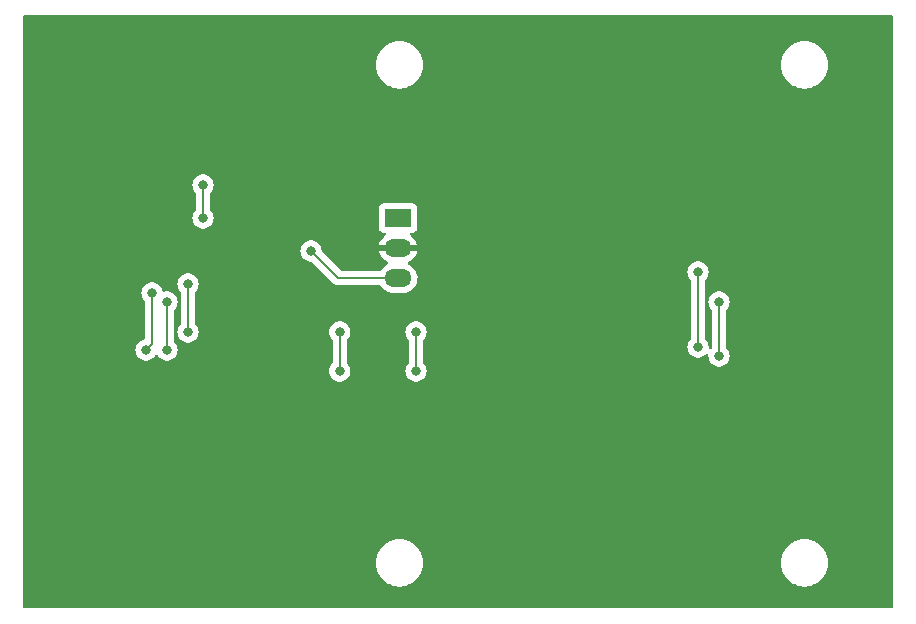
<source format=gbr>
%TF.GenerationSoftware,KiCad,Pcbnew,7.0.1-0*%
%TF.CreationDate,2023-04-18T17:15:31-07:00*%
%TF.ProjectId,rv,72762e6b-6963-4616-945f-706362585858,rev?*%
%TF.SameCoordinates,Original*%
%TF.FileFunction,Copper,L2,Bot*%
%TF.FilePolarity,Positive*%
%FSLAX46Y46*%
G04 Gerber Fmt 4.6, Leading zero omitted, Abs format (unit mm)*
G04 Created by KiCad (PCBNEW 7.0.1-0) date 2023-04-18 17:15:31*
%MOMM*%
%LPD*%
G01*
G04 APERTURE LIST*
%TA.AperFunction,ComponentPad*%
%ADD10R,2.300000X1.500000*%
%TD*%
%TA.AperFunction,ComponentPad*%
%ADD11O,2.300000X1.500000*%
%TD*%
%TA.AperFunction,ViaPad*%
%ADD12C,0.800000*%
%TD*%
%TA.AperFunction,Conductor*%
%ADD13C,0.200000*%
%TD*%
G04 APERTURE END LIST*
D10*
%TO.P,U5,1,IN*%
%TO.N,+12V*%
X182880000Y-49530000D03*
D11*
%TO.P,U5,2,GND*%
%TO.N,GND*%
X182880000Y-52070000D03*
%TO.P,U5,3,OUT*%
%TO.N,+5V*%
X182880000Y-54610000D03*
%TD*%
D12*
%TO.N,+3.3V*%
X184404000Y-62484000D03*
X184404000Y-59182000D03*
X165100000Y-55118000D03*
X165100000Y-59182000D03*
%TO.N,D8*%
X208280000Y-54102000D03*
X208280000Y-60452000D03*
%TO.N,D7*%
X210058000Y-56642000D03*
X210058000Y-61214000D03*
%TO.N,GND*%
X212344000Y-46482000D03*
X212090000Y-67056000D03*
X179120800Y-62992000D03*
%TO.N,+3.3V*%
X177952400Y-62484000D03*
X177952400Y-59182000D03*
%TO.N,CAN-TX*%
X163322000Y-60706000D03*
X163322000Y-56642000D03*
%TO.N,CAN-RX*%
X161544000Y-60706000D03*
X162052000Y-55880000D03*
%TO.N,GND*%
X156718000Y-61722000D03*
%TO.N,+5V*%
X175514000Y-52324000D03*
%TO.N,+3.3V*%
X166370000Y-46736000D03*
X166370000Y-49530000D03*
%TO.N,GND*%
X182626000Y-65532000D03*
X171196000Y-52070000D03*
X159385000Y-48895000D03*
X162560000Y-53340000D03*
X154940000Y-36195000D03*
%TD*%
D13*
%TO.N,+3.3V*%
X177952400Y-62484000D02*
X177952400Y-59182000D01*
X184404000Y-62484000D02*
X184404000Y-59182000D01*
X165100000Y-59182000D02*
X165100000Y-55118000D01*
%TO.N,D8*%
X208280000Y-60452000D02*
X208280000Y-54102000D01*
%TO.N,D7*%
X210058000Y-61214000D02*
X210058000Y-56642000D01*
%TO.N,CAN-TX*%
X163322000Y-56642000D02*
X163322000Y-60706000D01*
%TO.N,CAN-RX*%
X162052000Y-60198000D02*
X161544000Y-60706000D01*
X162052000Y-55880000D02*
X162052000Y-60198000D01*
%TO.N,+5V*%
X177800000Y-54610000D02*
X182880000Y-54610000D01*
X175514000Y-52324000D02*
X177800000Y-54610000D01*
%TO.N,+3.3V*%
X166370000Y-49530000D02*
X166370000Y-46736000D01*
%TD*%
%TA.AperFunction,Conductor*%
%TO.N,GND*%
G36*
X224728000Y-32401613D02*
G01*
X224773387Y-32447000D01*
X224790000Y-32509000D01*
X224790000Y-82426000D01*
X224773387Y-82488000D01*
X224728000Y-82533387D01*
X224666000Y-82550000D01*
X151254000Y-82550000D01*
X151192000Y-82533387D01*
X151146613Y-82488000D01*
X151130000Y-82426000D01*
X151130000Y-78740000D01*
X181001389Y-78740000D01*
X181021804Y-79025429D01*
X181082629Y-79305041D01*
X181182634Y-79573163D01*
X181319772Y-79824313D01*
X181405517Y-79938854D01*
X181491261Y-80053395D01*
X181693605Y-80255739D01*
X181865414Y-80384354D01*
X181922686Y-80427227D01*
X182062435Y-80503535D01*
X182173839Y-80564367D01*
X182441954Y-80664369D01*
X182441957Y-80664369D01*
X182441958Y-80664370D01*
X182494217Y-80675738D01*
X182721572Y-80725196D01*
X182919068Y-80739321D01*
X182935551Y-80740500D01*
X182935552Y-80740500D01*
X183078448Y-80740500D01*
X183078449Y-80740500D01*
X183093752Y-80739405D01*
X183292428Y-80725196D01*
X183572046Y-80664369D01*
X183840161Y-80564367D01*
X184091315Y-80427226D01*
X184320395Y-80255739D01*
X184522739Y-80053395D01*
X184694226Y-79824315D01*
X184831367Y-79573161D01*
X184931369Y-79305046D01*
X184992196Y-79025428D01*
X185012610Y-78740000D01*
X215291389Y-78740000D01*
X215311804Y-79025429D01*
X215372629Y-79305041D01*
X215472634Y-79573163D01*
X215609772Y-79824313D01*
X215695517Y-79938854D01*
X215781261Y-80053395D01*
X215983605Y-80255739D01*
X216155414Y-80384354D01*
X216212686Y-80427227D01*
X216352435Y-80503535D01*
X216463839Y-80564367D01*
X216731954Y-80664369D01*
X216731957Y-80664369D01*
X216731958Y-80664370D01*
X216784217Y-80675738D01*
X217011572Y-80725196D01*
X217209068Y-80739321D01*
X217225551Y-80740500D01*
X217225552Y-80740500D01*
X217368448Y-80740500D01*
X217368449Y-80740500D01*
X217383752Y-80739405D01*
X217582428Y-80725196D01*
X217862046Y-80664369D01*
X218130161Y-80564367D01*
X218381315Y-80427226D01*
X218610395Y-80255739D01*
X218812739Y-80053395D01*
X218984226Y-79824315D01*
X219121367Y-79573161D01*
X219221369Y-79305046D01*
X219282196Y-79025428D01*
X219302610Y-78740000D01*
X219282196Y-78454572D01*
X219221369Y-78174954D01*
X219121367Y-77906839D01*
X218984226Y-77655685D01*
X218812739Y-77426605D01*
X218610395Y-77224261D01*
X218495854Y-77138517D01*
X218381313Y-77052772D01*
X218130163Y-76915634D01*
X218130162Y-76915633D01*
X218130161Y-76915633D01*
X217862046Y-76815631D01*
X217862041Y-76815629D01*
X217582429Y-76754804D01*
X217368449Y-76739500D01*
X217368448Y-76739500D01*
X217225552Y-76739500D01*
X217225551Y-76739500D01*
X217011570Y-76754804D01*
X216731958Y-76815629D01*
X216463836Y-76915634D01*
X216212686Y-77052772D01*
X215983602Y-77224263D01*
X215781263Y-77426602D01*
X215609772Y-77655686D01*
X215472634Y-77906836D01*
X215372629Y-78174958D01*
X215311804Y-78454570D01*
X215291389Y-78740000D01*
X185012610Y-78740000D01*
X184992196Y-78454572D01*
X184931369Y-78174954D01*
X184831367Y-77906839D01*
X184694226Y-77655685D01*
X184522739Y-77426605D01*
X184320395Y-77224261D01*
X184205854Y-77138517D01*
X184091313Y-77052772D01*
X183840163Y-76915634D01*
X183840162Y-76915633D01*
X183840161Y-76915633D01*
X183572046Y-76815631D01*
X183572041Y-76815629D01*
X183292429Y-76754804D01*
X183078449Y-76739500D01*
X183078448Y-76739500D01*
X182935552Y-76739500D01*
X182935551Y-76739500D01*
X182721570Y-76754804D01*
X182441958Y-76815629D01*
X182173836Y-76915634D01*
X181922686Y-77052772D01*
X181693602Y-77224263D01*
X181491263Y-77426602D01*
X181319772Y-77655686D01*
X181182634Y-77906836D01*
X181082629Y-78174958D01*
X181021804Y-78454570D01*
X181001389Y-78740000D01*
X151130000Y-78740000D01*
X151130000Y-62483999D01*
X177046940Y-62483999D01*
X177066726Y-62672257D01*
X177125220Y-62852284D01*
X177219866Y-63016216D01*
X177346529Y-63156889D01*
X177499669Y-63268151D01*
X177672597Y-63345144D01*
X177857752Y-63384500D01*
X177857754Y-63384500D01*
X178047046Y-63384500D01*
X178047048Y-63384500D01*
X178170483Y-63358262D01*
X178232203Y-63345144D01*
X178405130Y-63268151D01*
X178558271Y-63156888D01*
X178684933Y-63016216D01*
X178779579Y-62852284D01*
X178838074Y-62672256D01*
X178857860Y-62484000D01*
X178857860Y-62483999D01*
X183498540Y-62483999D01*
X183518326Y-62672257D01*
X183576820Y-62852284D01*
X183671466Y-63016216D01*
X183798129Y-63156889D01*
X183951269Y-63268151D01*
X184124197Y-63345144D01*
X184309352Y-63384500D01*
X184309354Y-63384500D01*
X184498646Y-63384500D01*
X184498648Y-63384500D01*
X184622083Y-63358262D01*
X184683803Y-63345144D01*
X184856730Y-63268151D01*
X185009871Y-63156888D01*
X185136533Y-63016216D01*
X185231179Y-62852284D01*
X185289674Y-62672256D01*
X185309460Y-62484000D01*
X185289674Y-62295744D01*
X185231179Y-62115716D01*
X185231179Y-62115715D01*
X185136533Y-61951783D01*
X185036350Y-61840519D01*
X185012736Y-61801985D01*
X185004500Y-61757547D01*
X185004500Y-60452000D01*
X207374540Y-60452000D01*
X207394326Y-60640257D01*
X207452820Y-60820284D01*
X207547466Y-60984216D01*
X207674129Y-61124889D01*
X207827269Y-61236151D01*
X208000197Y-61313144D01*
X208185352Y-61352500D01*
X208185354Y-61352500D01*
X208374646Y-61352500D01*
X208374648Y-61352500D01*
X208498084Y-61326262D01*
X208559803Y-61313144D01*
X208732730Y-61236151D01*
X208885871Y-61124888D01*
X208943024Y-61061413D01*
X208994393Y-61027284D01*
X209055852Y-61022122D01*
X209112195Y-61047207D01*
X209149484Y-61096333D01*
X209158494Y-61157346D01*
X209152540Y-61213998D01*
X209172326Y-61402257D01*
X209230820Y-61582284D01*
X209325466Y-61746216D01*
X209452129Y-61886889D01*
X209605269Y-61998151D01*
X209778197Y-62075144D01*
X209963352Y-62114500D01*
X209963354Y-62114500D01*
X210152646Y-62114500D01*
X210152648Y-62114500D01*
X210276083Y-62088262D01*
X210337803Y-62075144D01*
X210510730Y-61998151D01*
X210663871Y-61886888D01*
X210790533Y-61746216D01*
X210885179Y-61582284D01*
X210943674Y-61402256D01*
X210963460Y-61214000D01*
X210943674Y-61025744D01*
X210885179Y-60845716D01*
X210885179Y-60845715D01*
X210790533Y-60681783D01*
X210690350Y-60570519D01*
X210666736Y-60531985D01*
X210658500Y-60487547D01*
X210658500Y-57368453D01*
X210666736Y-57324015D01*
X210690350Y-57285481D01*
X210790533Y-57174216D01*
X210885179Y-57010284D01*
X210885179Y-57010283D01*
X210943674Y-56830256D01*
X210963460Y-56642000D01*
X210943674Y-56453744D01*
X210885179Y-56273716D01*
X210885179Y-56273715D01*
X210790533Y-56109783D01*
X210663870Y-55969110D01*
X210510730Y-55857848D01*
X210337802Y-55780855D01*
X210152648Y-55741500D01*
X210152646Y-55741500D01*
X209963354Y-55741500D01*
X209963352Y-55741500D01*
X209778197Y-55780855D01*
X209605269Y-55857848D01*
X209452129Y-55969110D01*
X209325466Y-56109783D01*
X209230820Y-56273715D01*
X209172326Y-56453742D01*
X209152540Y-56642000D01*
X209172326Y-56830257D01*
X209230820Y-57010284D01*
X209325466Y-57174216D01*
X209425650Y-57285481D01*
X209449264Y-57324015D01*
X209457500Y-57368453D01*
X209457500Y-60487547D01*
X209449264Y-60531985D01*
X209425649Y-60570520D01*
X209394975Y-60604586D01*
X209343604Y-60638716D01*
X209282145Y-60643876D01*
X209225803Y-60618790D01*
X209188515Y-60569664D01*
X209179505Y-60508654D01*
X209185460Y-60452000D01*
X209165674Y-60263744D01*
X209107179Y-60083716D01*
X209107179Y-60083715D01*
X209012533Y-59919783D01*
X208912350Y-59808519D01*
X208888736Y-59769985D01*
X208880500Y-59725547D01*
X208880500Y-54828453D01*
X208888736Y-54784015D01*
X208912350Y-54745481D01*
X209012533Y-54634216D01*
X209107179Y-54470284D01*
X209115358Y-54445112D01*
X209165674Y-54290256D01*
X209185460Y-54102000D01*
X209165674Y-53913744D01*
X209135332Y-53820363D01*
X209107179Y-53733715D01*
X209012533Y-53569783D01*
X208885870Y-53429110D01*
X208732730Y-53317848D01*
X208559802Y-53240855D01*
X208374648Y-53201500D01*
X208374646Y-53201500D01*
X208185354Y-53201500D01*
X208185352Y-53201500D01*
X208000197Y-53240855D01*
X207827269Y-53317848D01*
X207674129Y-53429110D01*
X207547466Y-53569783D01*
X207452820Y-53733715D01*
X207394326Y-53913742D01*
X207374540Y-54101999D01*
X207394326Y-54290257D01*
X207452820Y-54470284D01*
X207547466Y-54634216D01*
X207647650Y-54745481D01*
X207671264Y-54784015D01*
X207679500Y-54828453D01*
X207679500Y-59725547D01*
X207671264Y-59769985D01*
X207647650Y-59808519D01*
X207547466Y-59919783D01*
X207452820Y-60083715D01*
X207394326Y-60263742D01*
X207374540Y-60452000D01*
X185004500Y-60452000D01*
X185004500Y-59908453D01*
X185012736Y-59864015D01*
X185036350Y-59825481D01*
X185136533Y-59714216D01*
X185231179Y-59550284D01*
X185231179Y-59550283D01*
X185289674Y-59370256D01*
X185309460Y-59182000D01*
X185289674Y-58993744D01*
X185231179Y-58813716D01*
X185231179Y-58813715D01*
X185136533Y-58649783D01*
X185009870Y-58509110D01*
X184856730Y-58397848D01*
X184683802Y-58320855D01*
X184498648Y-58281500D01*
X184498646Y-58281500D01*
X184309354Y-58281500D01*
X184309352Y-58281500D01*
X184124197Y-58320855D01*
X183951269Y-58397848D01*
X183798129Y-58509110D01*
X183671466Y-58649783D01*
X183576820Y-58813715D01*
X183518326Y-58993742D01*
X183498540Y-59181999D01*
X183518326Y-59370257D01*
X183576820Y-59550284D01*
X183671466Y-59714216D01*
X183771650Y-59825481D01*
X183795264Y-59864015D01*
X183803500Y-59908453D01*
X183803500Y-61757547D01*
X183795264Y-61801985D01*
X183771650Y-61840519D01*
X183671466Y-61951783D01*
X183576820Y-62115715D01*
X183518326Y-62295742D01*
X183498540Y-62483999D01*
X178857860Y-62483999D01*
X178838074Y-62295744D01*
X178779579Y-62115716D01*
X178779579Y-62115715D01*
X178684933Y-61951783D01*
X178584750Y-61840519D01*
X178561136Y-61801985D01*
X178552900Y-61757547D01*
X178552900Y-59908453D01*
X178561136Y-59864015D01*
X178584750Y-59825481D01*
X178684933Y-59714216D01*
X178779579Y-59550284D01*
X178779579Y-59550283D01*
X178838074Y-59370256D01*
X178857860Y-59182000D01*
X178838074Y-58993744D01*
X178779579Y-58813716D01*
X178779579Y-58813715D01*
X178684933Y-58649783D01*
X178558270Y-58509110D01*
X178405130Y-58397848D01*
X178232202Y-58320855D01*
X178047048Y-58281500D01*
X178047046Y-58281500D01*
X177857754Y-58281500D01*
X177857752Y-58281500D01*
X177672597Y-58320855D01*
X177499669Y-58397848D01*
X177346529Y-58509110D01*
X177219866Y-58649783D01*
X177125220Y-58813715D01*
X177066726Y-58993742D01*
X177046940Y-59181999D01*
X177066726Y-59370257D01*
X177125220Y-59550284D01*
X177219866Y-59714216D01*
X177320050Y-59825481D01*
X177343664Y-59864015D01*
X177351900Y-59908453D01*
X177351900Y-61757547D01*
X177343664Y-61801985D01*
X177320050Y-61840519D01*
X177219866Y-61951783D01*
X177125220Y-62115715D01*
X177066726Y-62295742D01*
X177046940Y-62483999D01*
X151130000Y-62483999D01*
X151130000Y-60706000D01*
X160638540Y-60706000D01*
X160658326Y-60894257D01*
X160716820Y-61074284D01*
X160811466Y-61238216D01*
X160938129Y-61378889D01*
X161091269Y-61490151D01*
X161264197Y-61567144D01*
X161449352Y-61606500D01*
X161449354Y-61606500D01*
X161638646Y-61606500D01*
X161638648Y-61606500D01*
X161762083Y-61580262D01*
X161823803Y-61567144D01*
X161996730Y-61490151D01*
X162149871Y-61378888D01*
X162276533Y-61238216D01*
X162325612Y-61153207D01*
X162371000Y-61107820D01*
X162433000Y-61091207D01*
X162495000Y-61107820D01*
X162540387Y-61153207D01*
X162589466Y-61238216D01*
X162716129Y-61378889D01*
X162869269Y-61490151D01*
X163042197Y-61567144D01*
X163227352Y-61606500D01*
X163227354Y-61606500D01*
X163416646Y-61606500D01*
X163416648Y-61606500D01*
X163540083Y-61580262D01*
X163601803Y-61567144D01*
X163774730Y-61490151D01*
X163927871Y-61378888D01*
X164054533Y-61238216D01*
X164149179Y-61074284D01*
X164207674Y-60894256D01*
X164227460Y-60706000D01*
X164207674Y-60517744D01*
X164149179Y-60337716D01*
X164149179Y-60337715D01*
X164054533Y-60173783D01*
X163954350Y-60062519D01*
X163930736Y-60023985D01*
X163922500Y-59979547D01*
X163922500Y-59181999D01*
X164194540Y-59181999D01*
X164214326Y-59370257D01*
X164272820Y-59550284D01*
X164367466Y-59714216D01*
X164494129Y-59854889D01*
X164647269Y-59966151D01*
X164820197Y-60043144D01*
X165005352Y-60082500D01*
X165005354Y-60082500D01*
X165194646Y-60082500D01*
X165194648Y-60082500D01*
X165318083Y-60056262D01*
X165379803Y-60043144D01*
X165552730Y-59966151D01*
X165693309Y-59864015D01*
X165705870Y-59854889D01*
X165832533Y-59714216D01*
X165927179Y-59550284D01*
X165927179Y-59550283D01*
X165985674Y-59370256D01*
X166005460Y-59182000D01*
X165985674Y-58993744D01*
X165927179Y-58813716D01*
X165927179Y-58813715D01*
X165832533Y-58649783D01*
X165732350Y-58538519D01*
X165708736Y-58499985D01*
X165700500Y-58455547D01*
X165700500Y-55844453D01*
X165708736Y-55800015D01*
X165732350Y-55761481D01*
X165832533Y-55650216D01*
X165927179Y-55486284D01*
X165957547Y-55392821D01*
X165985674Y-55306256D01*
X166005460Y-55118000D01*
X165985674Y-54929744D01*
X165952762Y-54828453D01*
X165927179Y-54749715D01*
X165832533Y-54585783D01*
X165705870Y-54445110D01*
X165552730Y-54333848D01*
X165379802Y-54256855D01*
X165194648Y-54217500D01*
X165194646Y-54217500D01*
X165005354Y-54217500D01*
X165005352Y-54217500D01*
X164820197Y-54256855D01*
X164647269Y-54333848D01*
X164494129Y-54445110D01*
X164367466Y-54585783D01*
X164272820Y-54749715D01*
X164214326Y-54929742D01*
X164194540Y-55117999D01*
X164214326Y-55306257D01*
X164272820Y-55486284D01*
X164367466Y-55650216D01*
X164467650Y-55761481D01*
X164491264Y-55800015D01*
X164499500Y-55844453D01*
X164499500Y-58455547D01*
X164491264Y-58499985D01*
X164467650Y-58538519D01*
X164367466Y-58649783D01*
X164272820Y-58813715D01*
X164214326Y-58993742D01*
X164194540Y-59181999D01*
X163922500Y-59181999D01*
X163922500Y-57368453D01*
X163930736Y-57324015D01*
X163954350Y-57285481D01*
X164054533Y-57174216D01*
X164149179Y-57010284D01*
X164149179Y-57010283D01*
X164207674Y-56830256D01*
X164227460Y-56642000D01*
X164207674Y-56453744D01*
X164149179Y-56273716D01*
X164149179Y-56273715D01*
X164054533Y-56109783D01*
X163927870Y-55969110D01*
X163774730Y-55857848D01*
X163601802Y-55780855D01*
X163416648Y-55741500D01*
X163416646Y-55741500D01*
X163227354Y-55741500D01*
X163227352Y-55741500D01*
X163080720Y-55772667D01*
X163020760Y-55770573D01*
X162968801Y-55740575D01*
X162937008Y-55689695D01*
X162879179Y-55511715D01*
X162784533Y-55347783D01*
X162657870Y-55207110D01*
X162504730Y-55095848D01*
X162331802Y-55018855D01*
X162146648Y-54979500D01*
X162146646Y-54979500D01*
X161957354Y-54979500D01*
X161957352Y-54979500D01*
X161772197Y-55018855D01*
X161599269Y-55095848D01*
X161446129Y-55207110D01*
X161319466Y-55347783D01*
X161224820Y-55511715D01*
X161166326Y-55691742D01*
X161146540Y-55880000D01*
X161166326Y-56068257D01*
X161224820Y-56248284D01*
X161319466Y-56412216D01*
X161419650Y-56523481D01*
X161443264Y-56562015D01*
X161451500Y-56606453D01*
X161451500Y-59704630D01*
X161438950Y-59758988D01*
X161403842Y-59802343D01*
X161353281Y-59825920D01*
X161264197Y-59844855D01*
X161091269Y-59921848D01*
X160938129Y-60033110D01*
X160811466Y-60173783D01*
X160716820Y-60337715D01*
X160658326Y-60517742D01*
X160638540Y-60706000D01*
X151130000Y-60706000D01*
X151130000Y-52324000D01*
X174608540Y-52324000D01*
X174628326Y-52512257D01*
X174686820Y-52692284D01*
X174781466Y-52856216D01*
X174908129Y-52996889D01*
X175061269Y-53108151D01*
X175234197Y-53185144D01*
X175419352Y-53224500D01*
X175419354Y-53224500D01*
X175513903Y-53224500D01*
X175561356Y-53233939D01*
X175601584Y-53260819D01*
X177341799Y-55001034D01*
X177352494Y-55013229D01*
X177371717Y-55038282D01*
X177446741Y-55095849D01*
X177497159Y-55134536D01*
X177643238Y-55195044D01*
X177768698Y-55211561D01*
X177799999Y-55215682D01*
X177799999Y-55215681D01*
X177800000Y-55215682D01*
X177831302Y-55211560D01*
X177847487Y-55210500D01*
X181308995Y-55210500D01*
X181372595Y-55228052D01*
X181418188Y-55275740D01*
X181432148Y-55301681D01*
X181572492Y-55477666D01*
X181742004Y-55625765D01*
X181742006Y-55625766D01*
X181935237Y-55741216D01*
X182053214Y-55785493D01*
X182145976Y-55820307D01*
X182367453Y-55860500D01*
X183336153Y-55860500D01*
X183336155Y-55860500D01*
X183504188Y-55845377D01*
X183721170Y-55785493D01*
X183923973Y-55687829D01*
X184106078Y-55555522D01*
X184261632Y-55392825D01*
X184385635Y-55204968D01*
X184474103Y-54997988D01*
X184524191Y-54778537D01*
X184534290Y-54553670D01*
X184504075Y-54330613D01*
X184434517Y-54116536D01*
X184327852Y-53918319D01*
X184187508Y-53742334D01*
X184017996Y-53594235D01*
X183977072Y-53569784D01*
X183824764Y-53478784D01*
X183765251Y-53456449D01*
X183717671Y-53424425D01*
X183689591Y-53374416D01*
X183687018Y-53317120D01*
X183710503Y-53264795D01*
X183755021Y-53228636D01*
X183923712Y-53147399D01*
X184105745Y-53015144D01*
X184261241Y-52852508D01*
X184385193Y-52664728D01*
X184473625Y-52457833D01*
X184505084Y-52320000D01*
X181252450Y-52320000D01*
X181252448Y-52320001D01*
X181256414Y-52349272D01*
X181325944Y-52563265D01*
X181432569Y-52761407D01*
X181572853Y-52937318D01*
X181742299Y-53085359D01*
X181935452Y-53200763D01*
X181994722Y-53223007D01*
X182042302Y-53255030D01*
X182070382Y-53305039D01*
X182072956Y-53362335D01*
X182049472Y-53414660D01*
X182004954Y-53450820D01*
X181836025Y-53532171D01*
X181653925Y-53664475D01*
X181498365Y-53827178D01*
X181414777Y-53953811D01*
X181370050Y-53994694D01*
X181311290Y-54009500D01*
X178100097Y-54009500D01*
X178052644Y-54000061D01*
X178012416Y-53973181D01*
X176455934Y-52416699D01*
X176426725Y-52370402D01*
X176422746Y-52336759D01*
X176420822Y-52336962D01*
X176419460Y-52324000D01*
X176399674Y-52135744D01*
X176341179Y-51955716D01*
X176341179Y-51955715D01*
X176246533Y-51791783D01*
X176119870Y-51651110D01*
X175966730Y-51539848D01*
X175793802Y-51462855D01*
X175608648Y-51423500D01*
X175608646Y-51423500D01*
X175419354Y-51423500D01*
X175419352Y-51423500D01*
X175234197Y-51462855D01*
X175061269Y-51539848D01*
X174908129Y-51651110D01*
X174781466Y-51791783D01*
X174686820Y-51955715D01*
X174628326Y-52135742D01*
X174608540Y-52324000D01*
X151130000Y-52324000D01*
X151130000Y-49529999D01*
X165464540Y-49529999D01*
X165484326Y-49718257D01*
X165542820Y-49898284D01*
X165637466Y-50062216D01*
X165764129Y-50202889D01*
X165917269Y-50314151D01*
X166090197Y-50391144D01*
X166275352Y-50430500D01*
X166275354Y-50430500D01*
X166464646Y-50430500D01*
X166464648Y-50430500D01*
X166588083Y-50404262D01*
X166649803Y-50391144D01*
X166791919Y-50327869D01*
X181229500Y-50327869D01*
X181235909Y-50387483D01*
X181286204Y-50522331D01*
X181372454Y-50637546D01*
X181487669Y-50723796D01*
X181622517Y-50774091D01*
X181682127Y-50780500D01*
X181746586Y-50780499D01*
X181806321Y-50795836D01*
X181851281Y-50838055D01*
X181870340Y-50896712D01*
X181858784Y-50957295D01*
X181819471Y-51004817D01*
X181654254Y-51124855D01*
X181498758Y-51287491D01*
X181374806Y-51475271D01*
X181286374Y-51682166D01*
X181254915Y-51819999D01*
X181254916Y-51820000D01*
X184507550Y-51820000D01*
X184507551Y-51819998D01*
X184503585Y-51790727D01*
X184434055Y-51576734D01*
X184327430Y-51378592D01*
X184187146Y-51202681D01*
X184017700Y-51054640D01*
X183944568Y-51010946D01*
X183900046Y-50965209D01*
X183884173Y-50903386D01*
X183901154Y-50841857D01*
X183946490Y-50796927D01*
X184008167Y-50780499D01*
X184077872Y-50780499D01*
X184137483Y-50774091D01*
X184272331Y-50723796D01*
X184387546Y-50637546D01*
X184473796Y-50522331D01*
X184524091Y-50387483D01*
X184530500Y-50327873D01*
X184530499Y-48732128D01*
X184524091Y-48672517D01*
X184473796Y-48537669D01*
X184387546Y-48422454D01*
X184272331Y-48336204D01*
X184137483Y-48285909D01*
X184077873Y-48279500D01*
X184077869Y-48279500D01*
X181682130Y-48279500D01*
X181622515Y-48285909D01*
X181487669Y-48336204D01*
X181372454Y-48422454D01*
X181286204Y-48537668D01*
X181235909Y-48672516D01*
X181229500Y-48732130D01*
X181229500Y-50327869D01*
X166791919Y-50327869D01*
X166822730Y-50314151D01*
X166975871Y-50202888D01*
X167102533Y-50062216D01*
X167197179Y-49898284D01*
X167255674Y-49718256D01*
X167275460Y-49530000D01*
X167255674Y-49341744D01*
X167197179Y-49161716D01*
X167197179Y-49161715D01*
X167102533Y-48997783D01*
X167002350Y-48886519D01*
X166978736Y-48847985D01*
X166970500Y-48803547D01*
X166970500Y-47462453D01*
X166978736Y-47418015D01*
X167002350Y-47379481D01*
X167102533Y-47268216D01*
X167197179Y-47104284D01*
X167197178Y-47104284D01*
X167255674Y-46924256D01*
X167275460Y-46736000D01*
X167255674Y-46547744D01*
X167197179Y-46367716D01*
X167197179Y-46367715D01*
X167102533Y-46203783D01*
X166975870Y-46063110D01*
X166822730Y-45951848D01*
X166649802Y-45874855D01*
X166464648Y-45835500D01*
X166464646Y-45835500D01*
X166275354Y-45835500D01*
X166275352Y-45835500D01*
X166090197Y-45874855D01*
X165917269Y-45951848D01*
X165764129Y-46063110D01*
X165637466Y-46203783D01*
X165542820Y-46367715D01*
X165484326Y-46547742D01*
X165464540Y-46736000D01*
X165484326Y-46924257D01*
X165542820Y-47104284D01*
X165637466Y-47268216D01*
X165737650Y-47379481D01*
X165761264Y-47418015D01*
X165769500Y-47462453D01*
X165769500Y-48803547D01*
X165761264Y-48847985D01*
X165737650Y-48886519D01*
X165637466Y-48997783D01*
X165542820Y-49161715D01*
X165484326Y-49341742D01*
X165464540Y-49529999D01*
X151130000Y-49529999D01*
X151130000Y-36576000D01*
X181001389Y-36576000D01*
X181021804Y-36861429D01*
X181082629Y-37141041D01*
X181182634Y-37409163D01*
X181319772Y-37660313D01*
X181405517Y-37774854D01*
X181491261Y-37889395D01*
X181693605Y-38091739D01*
X181865414Y-38220354D01*
X181922686Y-38263227D01*
X182062435Y-38339535D01*
X182173839Y-38400367D01*
X182441954Y-38500369D01*
X182441957Y-38500369D01*
X182441958Y-38500370D01*
X182494217Y-38511738D01*
X182721572Y-38561196D01*
X182919068Y-38575321D01*
X182935551Y-38576500D01*
X182935552Y-38576500D01*
X183078448Y-38576500D01*
X183078449Y-38576500D01*
X183093753Y-38575405D01*
X183292428Y-38561196D01*
X183572046Y-38500369D01*
X183840161Y-38400367D01*
X184091315Y-38263226D01*
X184320395Y-38091739D01*
X184522739Y-37889395D01*
X184694226Y-37660315D01*
X184831367Y-37409161D01*
X184931369Y-37141046D01*
X184992196Y-36861428D01*
X185012610Y-36576000D01*
X215291389Y-36576000D01*
X215311804Y-36861429D01*
X215372629Y-37141041D01*
X215472634Y-37409163D01*
X215609772Y-37660313D01*
X215695517Y-37774854D01*
X215781261Y-37889395D01*
X215983605Y-38091739D01*
X216155414Y-38220354D01*
X216212686Y-38263227D01*
X216352435Y-38339535D01*
X216463839Y-38400367D01*
X216731954Y-38500369D01*
X216731957Y-38500369D01*
X216731958Y-38500370D01*
X216784217Y-38511738D01*
X217011572Y-38561196D01*
X217209068Y-38575321D01*
X217225551Y-38576500D01*
X217225552Y-38576500D01*
X217368448Y-38576500D01*
X217368449Y-38576500D01*
X217383753Y-38575405D01*
X217582428Y-38561196D01*
X217862046Y-38500369D01*
X218130161Y-38400367D01*
X218381315Y-38263226D01*
X218610395Y-38091739D01*
X218812739Y-37889395D01*
X218984226Y-37660315D01*
X219121367Y-37409161D01*
X219221369Y-37141046D01*
X219282196Y-36861428D01*
X219302610Y-36576000D01*
X219282196Y-36290572D01*
X219221369Y-36010954D01*
X219121367Y-35742839D01*
X218984226Y-35491685D01*
X218812739Y-35262605D01*
X218610395Y-35060261D01*
X218495854Y-34974517D01*
X218381313Y-34888772D01*
X218130163Y-34751634D01*
X218130162Y-34751633D01*
X218130161Y-34751633D01*
X217862046Y-34651631D01*
X217862041Y-34651629D01*
X217582429Y-34590804D01*
X217368449Y-34575500D01*
X217368448Y-34575500D01*
X217225552Y-34575500D01*
X217225551Y-34575500D01*
X217011570Y-34590804D01*
X216731958Y-34651629D01*
X216463836Y-34751634D01*
X216212686Y-34888772D01*
X215983602Y-35060263D01*
X215781263Y-35262602D01*
X215609772Y-35491686D01*
X215472634Y-35742836D01*
X215372629Y-36010958D01*
X215311804Y-36290570D01*
X215291389Y-36576000D01*
X185012610Y-36576000D01*
X184992196Y-36290572D01*
X184931369Y-36010954D01*
X184831367Y-35742839D01*
X184694226Y-35491685D01*
X184522739Y-35262605D01*
X184320395Y-35060261D01*
X184205854Y-34974517D01*
X184091313Y-34888772D01*
X183840163Y-34751634D01*
X183840162Y-34751633D01*
X183840161Y-34751633D01*
X183572046Y-34651631D01*
X183572041Y-34651629D01*
X183292429Y-34590804D01*
X183078449Y-34575500D01*
X183078448Y-34575500D01*
X182935552Y-34575500D01*
X182935551Y-34575500D01*
X182721570Y-34590804D01*
X182441958Y-34651629D01*
X182173836Y-34751634D01*
X181922686Y-34888772D01*
X181693602Y-35060263D01*
X181491263Y-35262602D01*
X181319772Y-35491686D01*
X181182634Y-35742836D01*
X181082629Y-36010958D01*
X181021804Y-36290570D01*
X181001389Y-36576000D01*
X151130000Y-36576000D01*
X151130000Y-32509000D01*
X151146613Y-32447000D01*
X151192000Y-32401613D01*
X151254000Y-32385000D01*
X224666000Y-32385000D01*
X224728000Y-32401613D01*
G37*
%TD.AperFunction*%
%TD*%
M02*

</source>
